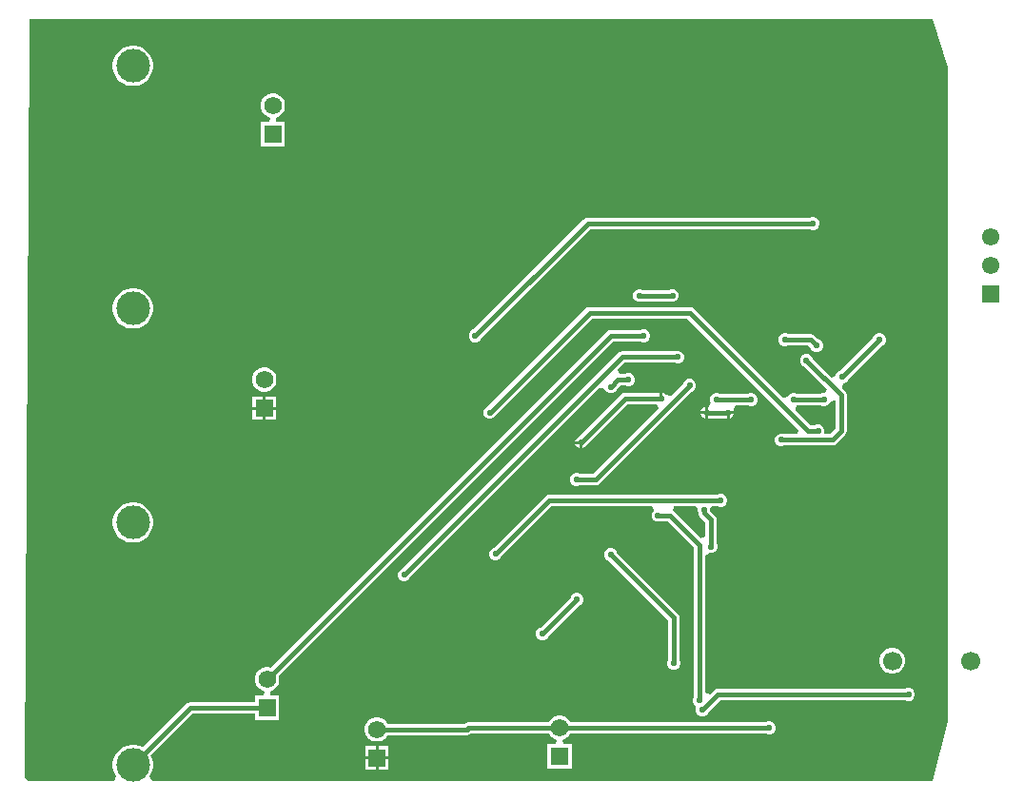
<source format=gbl>
G04*
G04 #@! TF.GenerationSoftware,Altium Limited,Altium Designer,24.6.1 (21)*
G04*
G04 Layer_Physical_Order=2*
G04 Layer_Color=16711680*
%FSLAX44Y44*%
%MOMM*%
G71*
G04*
G04 #@! TF.SameCoordinates,331DEB25-2CF6-4BCB-8A95-B8F28AD14DBC*
G04*
G04*
G04 #@! TF.FilePolarity,Positive*
G04*
G01*
G75*
%ADD12C,0.4000*%
%ADD30C,1.5700*%
%ADD31R,1.5700X1.5700*%
%ADD36C,1.7000*%
%ADD37C,1.5500*%
%ADD38R,1.5500X1.5500*%
%ADD39C,3.0000*%
%ADD40C,0.5500*%
G36*
X839470Y650240D02*
Y68580D01*
X825500Y15240D01*
X131273D01*
X129320Y19240D01*
X130251Y20634D01*
X131608Y23910D01*
X132300Y27387D01*
Y30933D01*
X131608Y34411D01*
X130251Y37686D01*
X130165Y37816D01*
X167261Y74912D01*
X222830D01*
Y69160D01*
X244530D01*
Y90860D01*
X236755D01*
X236228Y94860D01*
X237868Y95299D01*
X240342Y96728D01*
X242362Y98748D01*
X243791Y101222D01*
X244530Y103982D01*
Y106838D01*
X244062Y108583D01*
X541608Y406128D01*
X565988D01*
X567562Y405476D01*
X569850D01*
X571963Y406351D01*
X573581Y407969D01*
X574456Y410082D01*
Y412370D01*
X573581Y414483D01*
X571963Y416101D01*
X569850Y416976D01*
X567562D01*
X565988Y416324D01*
X539496D01*
X537545Y415936D01*
X535891Y414831D01*
X236853Y115793D01*
X235108Y116260D01*
X232252D01*
X229492Y115521D01*
X227018Y114092D01*
X224998Y112072D01*
X223569Y109598D01*
X222830Y106838D01*
Y103982D01*
X223569Y101222D01*
X224998Y98748D01*
X227018Y96728D01*
X229492Y95299D01*
X231132Y94860D01*
X230605Y90860D01*
X222830D01*
Y85108D01*
X165150D01*
X163199Y84720D01*
X161545Y83615D01*
X122955Y45025D01*
X122826Y45112D01*
X119550Y46469D01*
X116073Y47160D01*
X112527D01*
X109050Y46469D01*
X105774Y45112D01*
X102826Y43142D01*
X100318Y40634D01*
X98349Y37686D01*
X96992Y34411D01*
X96300Y30933D01*
Y27387D01*
X96992Y23910D01*
X98349Y20634D01*
X99280Y19240D01*
X97327Y15240D01*
X20618D01*
X17799Y18078D01*
X22225Y680085D01*
X22638Y693466D01*
X825500D01*
X839470Y650240D01*
D02*
G37*
%LPC*%
G36*
X116073Y669560D02*
X112527D01*
X109050Y668868D01*
X105774Y667511D01*
X102826Y665541D01*
X100318Y663034D01*
X98349Y660086D01*
X96992Y656810D01*
X96300Y653333D01*
Y649787D01*
X96992Y646309D01*
X98349Y643034D01*
X100318Y640086D01*
X102826Y637578D01*
X105774Y635608D01*
X109050Y634252D01*
X112527Y633560D01*
X116073D01*
X119550Y634252D01*
X122826Y635608D01*
X125774Y637578D01*
X128281Y640086D01*
X130251Y643034D01*
X131608Y646309D01*
X132300Y649787D01*
Y653333D01*
X131608Y656810D01*
X130251Y660086D01*
X128281Y663034D01*
X125774Y665541D01*
X122826Y667511D01*
X119550Y668868D01*
X116073Y669560D01*
D02*
G37*
G36*
X240188Y626800D02*
X237332D01*
X234572Y626061D01*
X232098Y624632D01*
X230078Y622612D01*
X228649Y620138D01*
X227910Y617378D01*
Y614522D01*
X228649Y611762D01*
X230078Y609288D01*
X232098Y607268D01*
X234572Y605839D01*
X236212Y605400D01*
X235685Y601400D01*
X227910D01*
Y579700D01*
X249610D01*
Y601400D01*
X241835D01*
X241308Y605400D01*
X242948Y605839D01*
X245422Y607268D01*
X247442Y609288D01*
X248871Y611762D01*
X249610Y614522D01*
Y617378D01*
X248871Y620138D01*
X247442Y622612D01*
X245422Y624632D01*
X242948Y626061D01*
X240188Y626800D01*
D02*
G37*
G36*
X720184Y517052D02*
X717897D01*
X716323Y516400D01*
X518922D01*
X516971Y516012D01*
X515317Y514907D01*
X417163Y416753D01*
X415589Y416101D01*
X413971Y414483D01*
X413096Y412370D01*
Y410082D01*
X413971Y407969D01*
X415589Y406351D01*
X417702Y405476D01*
X419990D01*
X422103Y406351D01*
X423721Y407969D01*
X424373Y409543D01*
X521034Y506204D01*
X716323D01*
X717897Y505552D01*
X720184D01*
X722298Y506427D01*
X723915Y508045D01*
X724790Y510158D01*
Y512446D01*
X723915Y514559D01*
X722298Y516177D01*
X720184Y517052D01*
D02*
G37*
G36*
X595504Y452790D02*
X593216D01*
X591642Y452138D01*
X567868D01*
X566294Y452790D01*
X564006D01*
X561893Y451915D01*
X560275Y450297D01*
X559400Y448184D01*
Y445896D01*
X560275Y443783D01*
X561893Y442165D01*
X564006Y441290D01*
X566294D01*
X567868Y441942D01*
X591642D01*
X593216Y441290D01*
X595504D01*
X597617Y442165D01*
X599235Y443783D01*
X600110Y445896D01*
Y448184D01*
X599235Y450297D01*
X597617Y451915D01*
X595504Y452790D01*
D02*
G37*
G36*
X116073Y453560D02*
X112527D01*
X109050Y452868D01*
X105774Y451512D01*
X102826Y449542D01*
X100318Y447034D01*
X98349Y444086D01*
X96992Y440811D01*
X96300Y437333D01*
Y433787D01*
X96992Y430310D01*
X98349Y427034D01*
X100318Y424086D01*
X102826Y421579D01*
X105774Y419609D01*
X109050Y418252D01*
X112527Y417560D01*
X116073D01*
X119550Y418252D01*
X122826Y419609D01*
X125774Y421579D01*
X128281Y424086D01*
X130251Y427034D01*
X131608Y430310D01*
X132300Y433787D01*
Y437333D01*
X131608Y440811D01*
X130251Y444086D01*
X128281Y447034D01*
X125774Y449542D01*
X122826Y451512D01*
X119550Y452868D01*
X116073Y453560D01*
D02*
G37*
G36*
X695834Y413420D02*
X693546D01*
X691433Y412545D01*
X689815Y410927D01*
X688940Y408814D01*
Y406526D01*
X689815Y404413D01*
X691433Y402795D01*
X693546Y401920D01*
X695834D01*
X697408Y402572D01*
X715033D01*
X717390Y400214D01*
X717755Y399333D01*
X719373Y397715D01*
X721486Y396840D01*
X723774D01*
X725887Y397715D01*
X727505Y399333D01*
X728380Y401446D01*
Y403734D01*
X727505Y405847D01*
X725887Y407465D01*
X723774Y408340D01*
X723684D01*
X720749Y411275D01*
X719095Y412380D01*
X717144Y412768D01*
X697408D01*
X695834Y413420D01*
D02*
G37*
G36*
X600076Y397926D02*
X597788D01*
X596214Y397274D01*
X549402D01*
X547451Y396886D01*
X545797Y395781D01*
X353917Y203901D01*
X352343Y203249D01*
X350725Y201631D01*
X349850Y199518D01*
Y197230D01*
X350725Y195117D01*
X352343Y193499D01*
X354456Y192624D01*
X356744D01*
X358857Y193499D01*
X360475Y195117D01*
X361127Y196691D01*
X529870Y365434D01*
X531764Y365047D01*
X534116Y364023D01*
X534745Y362503D01*
X536363Y360885D01*
X538476Y360010D01*
X540764D01*
X542877Y360885D01*
X544495Y362503D01*
X545147Y364077D01*
X548082Y367012D01*
X552402D01*
X553976Y366360D01*
X556264D01*
X558377Y367235D01*
X559995Y368853D01*
X560870Y370966D01*
Y373254D01*
X559995Y375367D01*
X558377Y376985D01*
X556264Y377860D01*
X553976D01*
X552402Y377208D01*
X547300D01*
X545548Y380708D01*
X545504Y381068D01*
X551514Y387078D01*
X596214D01*
X597788Y386426D01*
X600076D01*
X602189Y387301D01*
X603807Y388919D01*
X604682Y391032D01*
Y393320D01*
X603807Y395433D01*
X602189Y397051D01*
X600076Y397926D01*
D02*
G37*
G36*
X232568Y382960D02*
X229712D01*
X226952Y382221D01*
X224478Y380792D01*
X222458Y378772D01*
X221029Y376298D01*
X220290Y373538D01*
Y370682D01*
X221029Y367922D01*
X222458Y365448D01*
X224478Y363428D01*
X226952Y361999D01*
X229712Y361260D01*
X232568D01*
X235328Y361999D01*
X237802Y363428D01*
X239822Y365448D01*
X241251Y367922D01*
X241990Y370682D01*
Y373538D01*
X241251Y376298D01*
X239822Y378772D01*
X237802Y380792D01*
X235328Y382221D01*
X232568Y382960D01*
D02*
G37*
G36*
X665354Y360080D02*
X663066D01*
X661492Y359428D01*
X636448D01*
X634874Y360080D01*
X632586D01*
X630473Y359205D01*
X628855Y357587D01*
X627980Y355474D01*
Y353186D01*
X628472Y351998D01*
X627119Y348937D01*
X626356Y347998D01*
X626110Y348100D01*
Y342900D01*
Y337700D01*
X626356Y337802D01*
X642374D01*
X642620Y337700D01*
Y342900D01*
X643890D01*
Y344170D01*
X649090D01*
X648650Y345232D01*
X649670Y347758D01*
X650696Y349232D01*
X661492D01*
X663066Y348580D01*
X665354D01*
X667467Y349455D01*
X669085Y351073D01*
X669960Y353186D01*
Y355474D01*
X669085Y357587D01*
X667467Y359205D01*
X665354Y360080D01*
D02*
G37*
G36*
X610744Y372780D02*
X608456D01*
X606343Y371905D01*
X604725Y370287D01*
X604073Y368713D01*
X593186Y357825D01*
X588685Y358597D01*
X587197Y360085D01*
X585470Y360800D01*
Y355600D01*
X582930D01*
Y360800D01*
X582684Y360698D01*
X552450D01*
X550499Y360310D01*
X548845Y359205D01*
X510547Y320907D01*
X510084Y320715D01*
X508595Y319226D01*
X507880Y317500D01*
X513080D01*
Y316230D01*
X514350D01*
Y311030D01*
X516077Y311745D01*
X517565Y313234D01*
X517757Y313697D01*
X554562Y350502D01*
X580206D01*
X581862Y346502D01*
X523668Y288308D01*
X511988D01*
X510414Y288960D01*
X508126D01*
X506013Y288085D01*
X504395Y286467D01*
X503520Y284354D01*
Y282066D01*
X504395Y279953D01*
X506013Y278335D01*
X508126Y277460D01*
X510414D01*
X511988Y278112D01*
X525780D01*
X527731Y278500D01*
X529385Y279605D01*
X611283Y361503D01*
X612857Y362155D01*
X614475Y363773D01*
X615350Y365886D01*
Y368174D01*
X614475Y370287D01*
X612857Y371905D01*
X610744Y372780D01*
D02*
G37*
G36*
X241530Y357100D02*
X232410D01*
Y347980D01*
X241530D01*
Y357100D01*
D02*
G37*
G36*
X229870D02*
X220750D01*
Y347980D01*
X229870D01*
Y357100D01*
D02*
G37*
G36*
X623570Y348100D02*
X621843Y347385D01*
X620355Y345896D01*
X619640Y344170D01*
X623570D01*
Y348100D01*
D02*
G37*
G36*
X649090Y341630D02*
X645160D01*
Y337700D01*
X646887Y338415D01*
X648375Y339903D01*
X649090Y341630D01*
D02*
G37*
G36*
X623570D02*
X619640D01*
X620355Y339903D01*
X621843Y338415D01*
X623570Y337700D01*
Y341630D01*
D02*
G37*
G36*
X241530Y345440D02*
X232410D01*
Y336320D01*
X241530D01*
Y345440D01*
D02*
G37*
G36*
X229870D02*
X220750D01*
Y336320D01*
X229870D01*
Y345440D01*
D02*
G37*
G36*
X609600Y436898D02*
X520700D01*
X518749Y436510D01*
X517095Y435405D01*
X430117Y348427D01*
X428543Y347775D01*
X426925Y346157D01*
X426050Y344044D01*
Y341756D01*
X426925Y339643D01*
X428543Y338025D01*
X430656Y337150D01*
X432944D01*
X435057Y338025D01*
X436675Y339643D01*
X437327Y341217D01*
X522812Y426702D01*
X607488D01*
X706881Y327309D01*
X705350Y323614D01*
X693852D01*
X692278Y324266D01*
X689990D01*
X687877Y323391D01*
X686259Y321773D01*
X685384Y319660D01*
Y317372D01*
X686259Y315259D01*
X687877Y313641D01*
X689990Y312766D01*
X692278D01*
X693852Y313418D01*
X736600D01*
X738551Y313806D01*
X740205Y314911D01*
X748079Y322785D01*
X749184Y324439D01*
X749572Y326390D01*
Y358394D01*
X749184Y360345D01*
X748079Y361999D01*
X745178Y364900D01*
X746634Y368900D01*
X748747Y369775D01*
X750365Y371393D01*
X751017Y372967D01*
X780118Y402069D01*
X781692Y402721D01*
X783310Y404338D01*
X784185Y406452D01*
Y408739D01*
X783310Y410852D01*
X781692Y412470D01*
X779579Y413345D01*
X777292D01*
X775178Y412470D01*
X773561Y410852D01*
X772909Y409278D01*
X743807Y380177D01*
X742233Y379525D01*
X740615Y377907D01*
X739740Y375794D01*
X735740Y374338D01*
X719013Y391065D01*
X718361Y392639D01*
X716743Y394257D01*
X714630Y395132D01*
X712342D01*
X710229Y394257D01*
X708611Y392639D01*
X707736Y390526D01*
Y388238D01*
X708611Y386125D01*
X710229Y384507D01*
X711803Y383855D01*
X732044Y363614D01*
X730429Y360641D01*
X729922Y360080D01*
X727836D01*
X726262Y359428D01*
X705028D01*
X703454Y360080D01*
X701166D01*
X699053Y359205D01*
X697435Y357587D01*
X697214Y357052D01*
X693163Y355835D01*
X692729Y355881D01*
X613205Y435405D01*
X611551Y436510D01*
X609600Y436898D01*
D02*
G37*
G36*
X511810Y314960D02*
X507880D01*
X508595Y313234D01*
X510084Y311745D01*
X511810Y311030D01*
Y314960D01*
D02*
G37*
G36*
X638360Y270550D02*
X636073D01*
X634499Y269898D01*
X484764D01*
X482813Y269510D01*
X481159Y268405D01*
X435197Y222443D01*
X433623Y221791D01*
X432005Y220173D01*
X431130Y218060D01*
Y215772D01*
X432005Y213659D01*
X433623Y212041D01*
X435736Y211166D01*
X438024D01*
X440137Y212041D01*
X441755Y213659D01*
X442407Y215233D01*
X486876Y259702D01*
X576290D01*
X576848Y258692D01*
X577516Y255702D01*
X576531Y254717D01*
X575656Y252604D01*
Y250316D01*
X576531Y248203D01*
X578149Y246585D01*
X580262Y245710D01*
X582550D01*
X584124Y246362D01*
X589962D01*
X613138Y223186D01*
Y89840D01*
X612486Y88266D01*
Y85978D01*
X613361Y83865D01*
X614979Y82247D01*
X615280Y79376D01*
Y77088D01*
X616155Y74975D01*
X617773Y73357D01*
X619886Y72482D01*
X622174D01*
X624287Y73357D01*
X625905Y74975D01*
X626557Y76549D01*
X636858Y86850D01*
X801674D01*
X803248Y86198D01*
X805536D01*
X807649Y87073D01*
X809267Y88691D01*
X810142Y90804D01*
Y93092D01*
X809267Y95205D01*
X807649Y96823D01*
X805536Y97698D01*
X803248D01*
X801674Y97046D01*
X634746D01*
X632795Y96658D01*
X631141Y95553D01*
X627334Y91746D01*
X623334Y93402D01*
Y215478D01*
X627334Y217841D01*
X627506Y217770D01*
X629794D01*
X631907Y218645D01*
X633525Y220263D01*
X634400Y222376D01*
Y224664D01*
X633748Y226238D01*
Y247650D01*
X633360Y249601D01*
X632255Y251255D01*
X628050Y255460D01*
Y257684D01*
X629399Y259702D01*
X634499D01*
X636073Y259050D01*
X638360D01*
X640473Y259925D01*
X642091Y261543D01*
X642966Y263656D01*
Y265944D01*
X642091Y268057D01*
X640473Y269675D01*
X638360Y270550D01*
D02*
G37*
G36*
X116073Y263160D02*
X112527D01*
X109050Y262468D01*
X105774Y261111D01*
X102826Y259141D01*
X100318Y256634D01*
X98349Y253686D01*
X96992Y250410D01*
X96300Y246933D01*
Y243387D01*
X96992Y239909D01*
X98349Y236634D01*
X100318Y233685D01*
X102826Y231178D01*
X105774Y229208D01*
X109050Y227852D01*
X112527Y227160D01*
X116073D01*
X119550Y227852D01*
X122826Y229208D01*
X125774Y231178D01*
X128281Y233685D01*
X130251Y236634D01*
X131608Y239909D01*
X132300Y243387D01*
Y246933D01*
X131608Y250410D01*
X130251Y253686D01*
X128281Y256634D01*
X125774Y259141D01*
X122826Y261111D01*
X119550Y262468D01*
X116073Y263160D01*
D02*
G37*
G36*
X510414Y182280D02*
X508126D01*
X506013Y181405D01*
X504395Y179787D01*
X503743Y178213D01*
X477107Y151577D01*
X475533Y150925D01*
X473915Y149307D01*
X473040Y147194D01*
Y144906D01*
X473915Y142793D01*
X475533Y141175D01*
X477646Y140300D01*
X479934D01*
X482047Y141175D01*
X483665Y142793D01*
X484317Y144367D01*
X510953Y171003D01*
X512527Y171655D01*
X514145Y173273D01*
X515020Y175386D01*
Y177674D01*
X514145Y179787D01*
X512527Y181405D01*
X510414Y182280D01*
D02*
G37*
G36*
X540640Y222158D02*
X538352D01*
X536239Y221283D01*
X534621Y219665D01*
X533746Y217552D01*
Y215264D01*
X534621Y213151D01*
X536239Y211533D01*
X537813Y210881D01*
X590532Y158162D01*
Y122860D01*
X589880Y121286D01*
Y118998D01*
X590755Y116885D01*
X592373Y115267D01*
X594486Y114392D01*
X596774D01*
X598887Y115267D01*
X600505Y116885D01*
X601380Y118998D01*
Y121286D01*
X600728Y122860D01*
Y160274D01*
X600340Y162225D01*
X599235Y163879D01*
X545023Y218091D01*
X544371Y219665D01*
X542753Y221283D01*
X540640Y222158D01*
D02*
G37*
G36*
X791454Y133420D02*
X788426D01*
X785501Y132636D01*
X782879Y131122D01*
X780738Y128981D01*
X779224Y126359D01*
X778440Y123434D01*
Y120406D01*
X779224Y117481D01*
X780738Y114859D01*
X782879Y112718D01*
X785501Y111204D01*
X788426Y110420D01*
X791454D01*
X794379Y111204D01*
X797001Y112718D01*
X799142Y114859D01*
X800656Y117481D01*
X801440Y120406D01*
Y123434D01*
X800656Y126359D01*
X799142Y128981D01*
X797001Y131122D01*
X794379Y132636D01*
X791454Y133420D01*
D02*
G37*
G36*
X495458Y73080D02*
X492602D01*
X489842Y72341D01*
X487368Y70912D01*
X485348Y68892D01*
X484445Y67328D01*
X412750D01*
X410799Y66940D01*
X409479Y66058D01*
X341055D01*
X340152Y67622D01*
X338132Y69642D01*
X335658Y71071D01*
X332898Y71810D01*
X330042D01*
X327282Y71071D01*
X324808Y69642D01*
X322788Y67622D01*
X321359Y65148D01*
X320620Y62388D01*
Y59532D01*
X321359Y56772D01*
X322788Y54298D01*
X324808Y52278D01*
X327282Y50849D01*
X330042Y50110D01*
X332898D01*
X335658Y50849D01*
X338132Y52278D01*
X340152Y54298D01*
X341055Y55862D01*
X411480D01*
X413431Y56250D01*
X414751Y57132D01*
X484445D01*
X485348Y55568D01*
X487368Y53548D01*
X489842Y52119D01*
X491482Y51680D01*
X490955Y47680D01*
X483180D01*
Y25980D01*
X504880D01*
Y47680D01*
X497105D01*
X496578Y51680D01*
X498218Y52119D01*
X500692Y53548D01*
X502712Y55568D01*
X503615Y57132D01*
X677532D01*
X679106Y56480D01*
X681393D01*
X683507Y57355D01*
X685124Y58973D01*
X686000Y61086D01*
Y63374D01*
X685124Y65487D01*
X683507Y67105D01*
X681393Y67980D01*
X679106D01*
X677532Y67328D01*
X503615D01*
X502712Y68892D01*
X500692Y70912D01*
X498218Y72341D01*
X495458Y73080D01*
D02*
G37*
G36*
X341860Y45950D02*
X332740D01*
Y36830D01*
X341860D01*
Y45950D01*
D02*
G37*
G36*
X330200D02*
X321080D01*
Y36830D01*
X330200D01*
Y45950D01*
D02*
G37*
G36*
X341860Y34290D02*
X332740D01*
Y25170D01*
X341860D01*
Y34290D01*
D02*
G37*
G36*
X330200D02*
X321080D01*
Y25170D01*
X330200D01*
Y34290D01*
D02*
G37*
%LPD*%
G36*
X739376Y353446D02*
Y328502D01*
X734505Y323631D01*
X730585Y323847D01*
X729650Y325246D01*
Y327534D01*
X728775Y329647D01*
X727157Y331265D01*
X725044Y332140D01*
X722756D01*
X721182Y331488D01*
X717122D01*
X703861Y344749D01*
X703815Y345183D01*
X705025Y349223D01*
X705034Y349232D01*
X726262D01*
X727836Y348580D01*
X730124D01*
X732237Y349455D01*
X733855Y351073D01*
X734188Y351878D01*
X737754Y353673D01*
X738730Y353830D01*
X739376Y353446D01*
D02*
G37*
G36*
X616550Y257684D02*
Y255396D01*
X617270Y253658D01*
X617590Y252049D01*
X618695Y250395D01*
X623552Y245538D01*
Y232848D01*
X619552Y231192D01*
X595679Y255065D01*
X594725Y255702D01*
X595127Y259022D01*
X595390Y259702D01*
X615201D01*
X616550Y257684D01*
D02*
G37*
D12*
X525780Y283210D02*
X609600Y367030D01*
X702310Y354330D02*
X728980D01*
X633730D02*
X664210D01*
X717144Y407670D02*
X722224Y402590D01*
X694690Y407670D02*
X717144D01*
X722224Y402590D02*
X722630D01*
X509270Y283210D02*
X525780D01*
X552450Y355600D02*
X584200D01*
X513080Y316230D02*
X552450Y355600D01*
X624840Y342900D02*
X643890D01*
X545970Y372110D02*
X555120D01*
X539620Y365760D02*
X545970Y372110D01*
X549402Y392176D02*
X598932D01*
X355600Y198374D02*
X549402Y392176D01*
X715010Y326390D02*
X723900D01*
X520700Y431800D02*
X609600D01*
X715010Y326390D01*
X565150Y447040D02*
X594360D01*
X713486Y389382D02*
X744474Y358394D01*
X622300Y254000D02*
Y256540D01*
Y254000D02*
X628650Y247650D01*
X484764Y264800D02*
X637216D01*
X581406Y251460D02*
X592074D01*
X618236Y225298D01*
X436880Y216916D02*
X484764Y264800D01*
X628650Y223520D02*
Y247650D01*
X618236Y87122D02*
Y225298D01*
X539496Y216408D02*
X595630Y160274D01*
Y120142D02*
Y160274D01*
X478790Y146050D02*
X509270Y176530D01*
X431800Y342900D02*
X520700Y431800D01*
X745490Y374650D02*
X778435Y407595D01*
X331470Y60960D02*
X411480D01*
X412750Y62230D01*
X494030D01*
X691134Y318516D02*
X736600D01*
X744474Y326390D01*
Y358394D01*
X114300Y29160D02*
X165150Y80010D01*
X233680D01*
X494030Y62230D02*
X680250D01*
X621030Y78232D02*
X634746Y91948D01*
X804392D01*
X418846Y411226D02*
X518922Y511302D01*
X719041D01*
X233680Y105410D02*
X539496Y411226D01*
X568706D01*
D30*
X494030Y62230D02*
D03*
X331470Y60960D02*
D03*
X233680Y105410D02*
D03*
X231140Y372110D02*
D03*
X238760Y615950D02*
D03*
D31*
X494030Y36830D02*
D03*
X331470Y35560D02*
D03*
X233680Y80010D02*
D03*
X231140Y346710D02*
D03*
X238760Y590550D02*
D03*
D36*
X789940Y121920D02*
D03*
X859940D02*
D03*
D37*
X877570Y499110D02*
D03*
Y473710D02*
D03*
D38*
Y448310D02*
D03*
D39*
X114300Y29160D02*
D03*
Y245160D02*
D03*
Y435560D02*
D03*
Y651560D02*
D03*
D40*
X609600Y367030D02*
D03*
X702310Y354330D02*
D03*
X728980D02*
D03*
X664210D02*
D03*
X694690Y407670D02*
D03*
X722630Y402590D02*
D03*
X584200Y355600D02*
D03*
X643890Y342900D02*
D03*
X624840D02*
D03*
X633730Y354330D02*
D03*
X555120Y372110D02*
D03*
X565150Y447040D02*
D03*
X594360D02*
D03*
X539620Y365760D02*
D03*
X622300Y256540D02*
D03*
X581406Y251460D02*
D03*
X628650Y223520D02*
D03*
X595630Y120142D02*
D03*
X513080Y316230D02*
D03*
X436880Y216916D02*
D03*
X637216Y264800D02*
D03*
X478790Y146050D02*
D03*
X509270Y176530D02*
D03*
Y283210D02*
D03*
X723900Y326390D02*
D03*
X431800Y342900D02*
D03*
X745490Y374650D02*
D03*
X778435Y407595D02*
D03*
X539496Y216408D02*
D03*
X691134Y318516D02*
D03*
X713486Y389382D02*
D03*
X355600Y198374D02*
D03*
X598932Y392176D02*
D03*
X680250Y62230D02*
D03*
X621030Y78232D02*
D03*
X804392Y91948D02*
D03*
X618236Y87122D02*
D03*
X418846Y411226D02*
D03*
X719041Y511302D02*
D03*
X568706Y411226D02*
D03*
M02*

</source>
